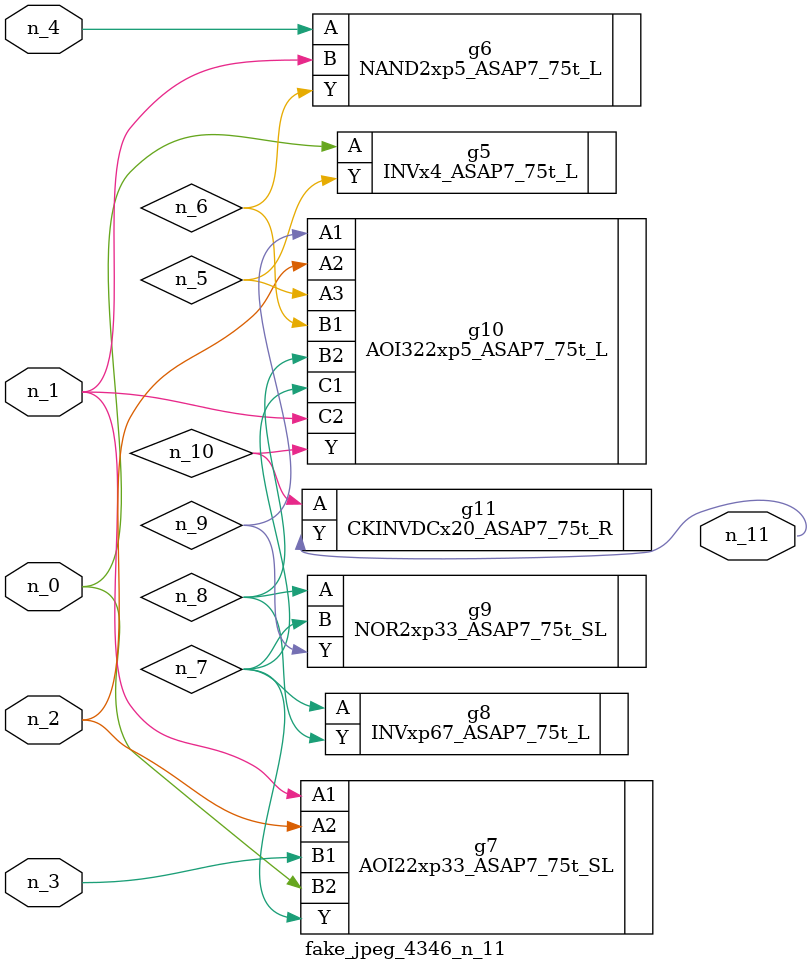
<source format=v>
module fake_jpeg_4346_n_11 (n_3, n_2, n_1, n_0, n_4, n_11);

input n_3;
input n_2;
input n_1;
input n_0;
input n_4;

output n_11;

wire n_10;
wire n_8;
wire n_9;
wire n_6;
wire n_5;
wire n_7;

INVx4_ASAP7_75t_L g5 ( 
.A(n_0),
.Y(n_5)
);

NAND2xp5_ASAP7_75t_L g6 ( 
.A(n_4),
.B(n_1),
.Y(n_6)
);

AOI22xp33_ASAP7_75t_SL g7 ( 
.A1(n_1),
.A2(n_2),
.B1(n_3),
.B2(n_0),
.Y(n_7)
);

INVxp67_ASAP7_75t_L g8 ( 
.A(n_7),
.Y(n_8)
);

NOR2xp33_ASAP7_75t_SL g9 ( 
.A(n_8),
.B(n_7),
.Y(n_9)
);

AOI322xp5_ASAP7_75t_L g10 ( 
.A1(n_9),
.A2(n_2),
.A3(n_5),
.B1(n_6),
.B2(n_8),
.C1(n_7),
.C2(n_1),
.Y(n_10)
);

CKINVDCx20_ASAP7_75t_R g11 ( 
.A(n_10),
.Y(n_11)
);


endmodule
</source>
